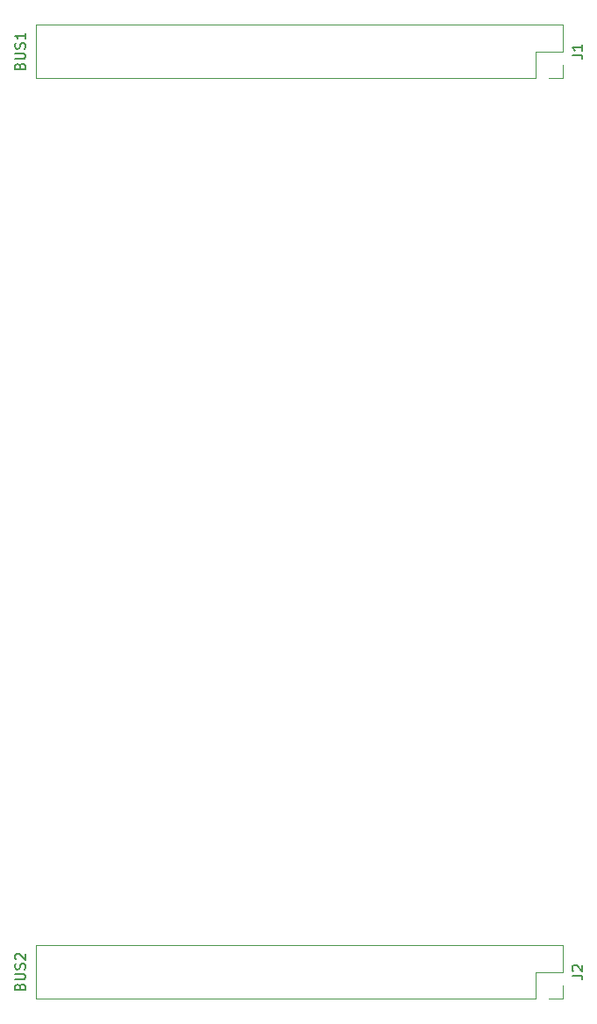
<source format=gbr>
G04 #@! TF.GenerationSoftware,KiCad,Pcbnew,(5.1.5-0-10_14)*
G04 #@! TF.CreationDate,2020-04-15T16:47:41+02:00*
G04 #@! TF.ProjectId,Bottom-Plate,426f7474-6f6d-42d5-906c-6174652e6b69,rev?*
G04 #@! TF.SameCoordinates,Original*
G04 #@! TF.FileFunction,Legend,Top*
G04 #@! TF.FilePolarity,Positive*
%FSLAX46Y46*%
G04 Gerber Fmt 4.6, Leading zero omitted, Abs format (unit mm)*
G04 Created by KiCad (PCBNEW (5.1.5-0-10_14)) date 2020-04-15 16:47:41*
%MOMM*%
%LPD*%
G04 APERTURE LIST*
%ADD10C,0.120000*%
%ADD11C,0.150000*%
G04 APERTURE END LIST*
D10*
X104200000Y-124460000D02*
X104200000Y-125790000D01*
X104200000Y-125790000D02*
X102870000Y-125790000D01*
X104200000Y-123190000D02*
X101600000Y-123190000D01*
X101600000Y-123190000D02*
X101600000Y-125790000D01*
X101600000Y-125790000D02*
X53280000Y-125790000D01*
X53280000Y-120590000D02*
X53280000Y-125790000D01*
X104200000Y-120590000D02*
X53280000Y-120590000D01*
X104200000Y-120590000D02*
X104200000Y-123190000D01*
X104200000Y-35560000D02*
X104200000Y-36890000D01*
X104200000Y-36890000D02*
X102870000Y-36890000D01*
X104200000Y-34290000D02*
X101600000Y-34290000D01*
X101600000Y-34290000D02*
X101600000Y-36890000D01*
X101600000Y-36890000D02*
X53280000Y-36890000D01*
X53280000Y-31690000D02*
X53280000Y-36890000D01*
X104200000Y-31690000D02*
X53280000Y-31690000D01*
X104200000Y-31690000D02*
X104200000Y-34290000D01*
D11*
X105092380Y-123523333D02*
X105806666Y-123523333D01*
X105949523Y-123570952D01*
X106044761Y-123666190D01*
X106092380Y-123809047D01*
X106092380Y-123904285D01*
X105187619Y-123094761D02*
X105140000Y-123047142D01*
X105092380Y-122951904D01*
X105092380Y-122713809D01*
X105140000Y-122618571D01*
X105187619Y-122570952D01*
X105282857Y-122523333D01*
X105378095Y-122523333D01*
X105520952Y-122570952D01*
X106092380Y-123142380D01*
X106092380Y-122523333D01*
X51768571Y-124594761D02*
X51816190Y-124451904D01*
X51863809Y-124404285D01*
X51959047Y-124356666D01*
X52101904Y-124356666D01*
X52197142Y-124404285D01*
X52244761Y-124451904D01*
X52292380Y-124547142D01*
X52292380Y-124928095D01*
X51292380Y-124928095D01*
X51292380Y-124594761D01*
X51340000Y-124499523D01*
X51387619Y-124451904D01*
X51482857Y-124404285D01*
X51578095Y-124404285D01*
X51673333Y-124451904D01*
X51720952Y-124499523D01*
X51768571Y-124594761D01*
X51768571Y-124928095D01*
X51292380Y-123928095D02*
X52101904Y-123928095D01*
X52197142Y-123880476D01*
X52244761Y-123832857D01*
X52292380Y-123737619D01*
X52292380Y-123547142D01*
X52244761Y-123451904D01*
X52197142Y-123404285D01*
X52101904Y-123356666D01*
X51292380Y-123356666D01*
X52244761Y-122928095D02*
X52292380Y-122785238D01*
X52292380Y-122547142D01*
X52244761Y-122451904D01*
X52197142Y-122404285D01*
X52101904Y-122356666D01*
X52006666Y-122356666D01*
X51911428Y-122404285D01*
X51863809Y-122451904D01*
X51816190Y-122547142D01*
X51768571Y-122737619D01*
X51720952Y-122832857D01*
X51673333Y-122880476D01*
X51578095Y-122928095D01*
X51482857Y-122928095D01*
X51387619Y-122880476D01*
X51340000Y-122832857D01*
X51292380Y-122737619D01*
X51292380Y-122499523D01*
X51340000Y-122356666D01*
X51387619Y-121975714D02*
X51340000Y-121928095D01*
X51292380Y-121832857D01*
X51292380Y-121594761D01*
X51340000Y-121499523D01*
X51387619Y-121451904D01*
X51482857Y-121404285D01*
X51578095Y-121404285D01*
X51720952Y-121451904D01*
X52292380Y-122023333D01*
X52292380Y-121404285D01*
X105092380Y-34623333D02*
X105806666Y-34623333D01*
X105949523Y-34670952D01*
X106044761Y-34766190D01*
X106092380Y-34909047D01*
X106092380Y-35004285D01*
X106092380Y-33623333D02*
X106092380Y-34194761D01*
X106092380Y-33909047D02*
X105092380Y-33909047D01*
X105235238Y-34004285D01*
X105330476Y-34099523D01*
X105378095Y-34194761D01*
X51768571Y-35694761D02*
X51816190Y-35551904D01*
X51863809Y-35504285D01*
X51959047Y-35456666D01*
X52101904Y-35456666D01*
X52197142Y-35504285D01*
X52244761Y-35551904D01*
X52292380Y-35647142D01*
X52292380Y-36028095D01*
X51292380Y-36028095D01*
X51292380Y-35694761D01*
X51340000Y-35599523D01*
X51387619Y-35551904D01*
X51482857Y-35504285D01*
X51578095Y-35504285D01*
X51673333Y-35551904D01*
X51720952Y-35599523D01*
X51768571Y-35694761D01*
X51768571Y-36028095D01*
X51292380Y-35028095D02*
X52101904Y-35028095D01*
X52197142Y-34980476D01*
X52244761Y-34932857D01*
X52292380Y-34837619D01*
X52292380Y-34647142D01*
X52244761Y-34551904D01*
X52197142Y-34504285D01*
X52101904Y-34456666D01*
X51292380Y-34456666D01*
X52244761Y-34028095D02*
X52292380Y-33885238D01*
X52292380Y-33647142D01*
X52244761Y-33551904D01*
X52197142Y-33504285D01*
X52101904Y-33456666D01*
X52006666Y-33456666D01*
X51911428Y-33504285D01*
X51863809Y-33551904D01*
X51816190Y-33647142D01*
X51768571Y-33837619D01*
X51720952Y-33932857D01*
X51673333Y-33980476D01*
X51578095Y-34028095D01*
X51482857Y-34028095D01*
X51387619Y-33980476D01*
X51340000Y-33932857D01*
X51292380Y-33837619D01*
X51292380Y-33599523D01*
X51340000Y-33456666D01*
X52292380Y-32504285D02*
X52292380Y-33075714D01*
X52292380Y-32790000D02*
X51292380Y-32790000D01*
X51435238Y-32885238D01*
X51530476Y-32980476D01*
X51578095Y-33075714D01*
M02*

</source>
